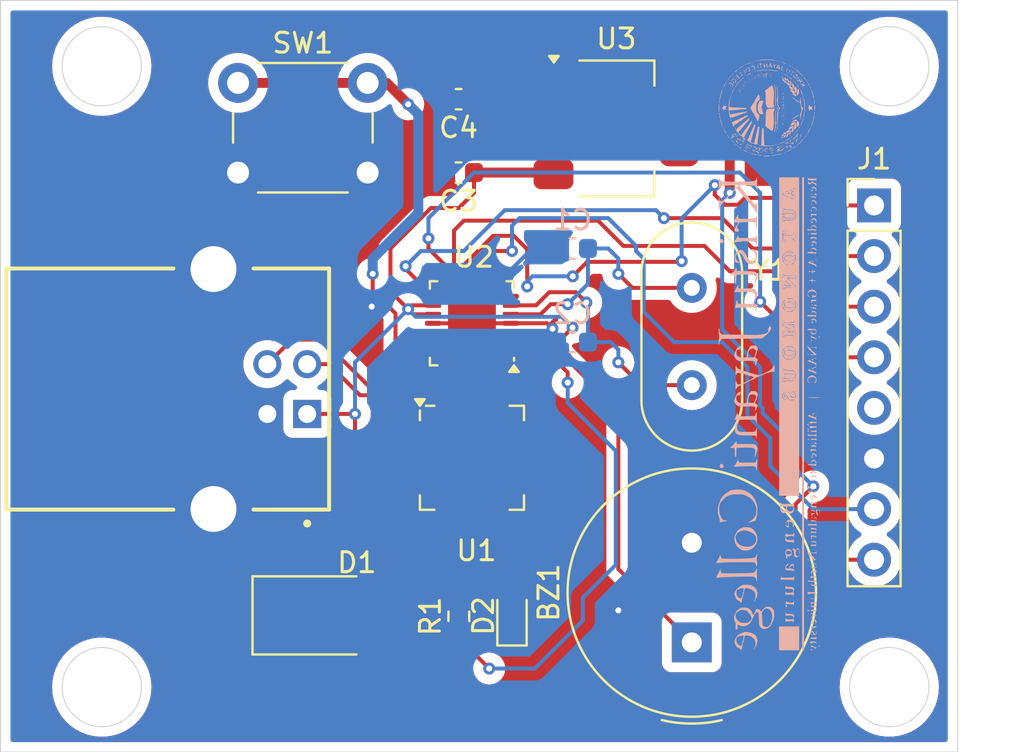
<source format=kicad_pcb>
(kicad_pcb (version 20240108) (generator "pcbnew") (generator_version "8.0")
  (layers (0 "F.Cu" signal) (31 "B.Cu" signal) (34 "B.Paste" user) (35 "F.Paste" user) (36 "B.SilkS" user "B.Silkscreen") (37 "F.SilkS" user "F.Silkscreen") (38 "B.Mask" user) (39 "F.Mask" user) (44 "Edge.Cuts" user))
  (net 0 "")
  (net 1 "GND")
  (net 2 "Net-(BZ1-+)")
  (net 3 "Net-(U1-XTAL1{slash}PB6)")
  (net 4 "Net-(U1-XTAL2{slash}PB7)")
  (net 5 "VCC")
  (net 6 "+3.3V")
  (net 7 "Net-(D1-A)")
  (net 9 "/MF-RST")
  (net 10 "/MF-MOSI")
  (net 11 "/MF-SCK")
  (net 12 "/MF-MISO")
  (net 13 "/MF-SDA")
  (net 14 "Net-(J2-D-)")
  (net 15 "Net-(J2-D+)")
  (net 16 "Net-(U1-PD3)")
  (net 17 "/RST")
  (net 20 "/RxD")
  (net 30 "/TxD")
  (footprint "Capacitor_SMD:C_0603_1608Metric" (layer "F.Cu") (at 133.464 100.076 180)
    (property "Reference" "C3" (at 0 -1.43 0) (layer "F.SilkS"))
    (property "Value" "10uF")
    (pad "1" smd roundrect (at -0.775 0 180) (size 0.9 0.95) (layers "F.Cu" "F.Paste" "F.Mask") (net 5 "VCC"))
    (pad "2" smd roundrect (at 0.775 0 180) (size 0.9 0.95) (layers "F.Cu" "F.Paste" "F.Mask") (net 1 "GND"))
  )
  (footprint "Package_TO_SOT_SMD:SOT-223-3_TabPin2" (layer "F.Cu") (at 141.376 97.8635)
    (property "Reference" "U3" (at 0 -4.5 0) (layer "F.SilkS"))
    (property "Value" "AMS1117-3.3" (hide yes))
    (pad "1" smd roundrect (at -3.15 -2.3) (size 2 1.5) (layers "F.Cu" "F.Paste" "F.Mask") (net 1 "GND"))
    (pad "2" smd roundrect (at -3.15 0) (size 2 1.5) (layers "F.Cu" "F.Paste" "F.Mask") (net 6 "+3.3V"))
    (pad "2" smd roundrect (at 3.15 0) (size 2 3.8) (layers "F.Cu" "F.Paste" "F.Mask") (net 6 "+3.3V"))
    (pad "3" smd roundrect (at -3.15 2.3) (size 2 1.5) (layers "F.Cu" "F.Paste" "F.Mask") (net 5 "VCC"))
  )
  (footprint "Connector_PinHeader_2.54mm:PinHeader_1x08_P2.54mm_Vertical" (layer "F.Cu") (at 154.305 101.727)
    (property "Reference" "J1" (at 0 -2.33 0) (layer "F.SilkS"))
    (property "Value" "Conn_01x08_Socket")
    (pad "1" thru_hole rect (at 0 0) (size 1.7 1.7) (drill 1) (layers "*.Cu" "*.Mask") (net 13 "/MF-SDA"))
    (pad "2" thru_hole oval (at 0 2.54) (size 1.7 1.7) (drill 1) (layers "*.Cu" "*.Mask") (net 11 "/MF-SCK"))
    (pad "3" thru_hole oval (at 0 5.08) (size 1.7 1.7) (drill 1) (layers "*.Cu" "*.Mask") (net 10 "/MF-MOSI"))
    (pad "4" thru_hole oval (at 0 7.62) (size 1.7 1.7) (drill 1) (layers "*.Cu" "*.Mask") (net 12 "/MF-MISO"))
    (pad "5" thru_hole oval (at 0 10.16) (size 1.7 1.7) (drill 1) (layers "*.Cu" "*.Mask"))
    (pad "6" thru_hole oval (at 0 12.7) (size 1.7 1.7) (drill 1) (layers "*.Cu" "*.Mask") (net 1 "GND"))
    (pad "7" thru_hole oval (at 0 15.24) (size 1.7 1.7) (drill 1) (layers "*.Cu" "*.Mask") (net 9 "/MF-RST"))
    (pad "8" thru_hole oval (at 0 17.78) (size 1.7 1.7) (drill 1) (layers "*.Cu" "*.Mask") (net 6 "+3.3V"))
  )
  (footprint "Package_DFN_QFN:QFN-28-1EP_5x5mm_P0.5mm_EP3.35x3.35mm" (layer "F.Cu") (at 134.136 114.39)
    (property "Reference" "U2" (at 0.095 -10.07 0) (layer "F.SilkS"))
    (property "Value" "CP2102N-Axx-xQFN28" (hide yes))
    (pad "1" smd roundrect (at -2.45 -1.5) (size 0.8 0.25) (layers "F.Cu" "F.Paste" "F.Mask"))
    (pad "2" smd roundrect (at -2.45 -1) (size 0.8 0.25) (layers "F.Cu" "F.Paste" "F.Mask"))
    (pad "3" smd roundrect (at -2.45 -0.5) (size 0.8 0.25) (layers "F.Cu" "F.Paste" "F.Mask") (net 1 "GND"))
    (pad "4" smd roundrect (at -2.45 0) (size 0.8 0.25) (layers "F.Cu" "F.Paste" "F.Mask") (net 15 "Net-(J2-D+)"))
    (pad "5" smd roundrect (at -2.45 0.5) (size 0.8 0.25) (layers "F.Cu" "F.Paste" "F.Mask") (net 14 "Net-(J2-D-)"))
    (pad "6" smd roundrect (at -2.45 1) (size 0.8 0.25) (layers "F.Cu" "F.Paste" "F.Mask") (net 5 "VCC"))
    (pad "7" smd roundrect (at -2.45 1.5) (size 0.8 0.25) (layers "F.Cu" "F.Paste" "F.Mask") (net 5 "VCC"))
    (pad "8" smd roundrect (at -1.5 2.45) (size 0.25 0.8) (layers "F.Cu" "F.Paste" "F.Mask") (net 5 "VCC"))
    (pad "9" smd roundrect (at -1 2.45) (size 0.25 0.8) (layers "F.Cu" "F.Paste" "F.Mask"))
    (pad "10" smd roundrect (at -0.5 2.45) (size 0.25 0.8) (layers "F.Cu" "F.Paste" "F.Mask"))
    (pad "11" smd roundrect (at 0 2.45) (size 0.25 0.8) (layers "F.Cu" "F.Paste" "F.Mask"))
    (pad "12" smd roundrect (at 0.5 2.45) (size 0.25 0.8) (layers "F.Cu" "F.Paste" "F.Mask"))
    (pad "13" smd roundrect (at 1 2.45) (size 0.25 0.8) (layers "F.Cu" "F.Paste" "F.Mask"))
    (pad "14" smd roundrect (at 1.5 2.45) (size 0.25 0.8) (layers "F.Cu" "F.Paste" "F.Mask"))
    (pad "15" smd roundrect (at 2.45 1.5) (size 0.8 0.25) (layers "F.Cu" "F.Paste" "F.Mask"))
    (pad "16" smd roundrect (at 2.45 1) (size 0.8 0.25) (layers "F.Cu" "F.Paste" "F.Mask"))
    (pad "17" smd roundrect (at 2.45 0.5) (size 0.8 0.25) (layers "F.Cu" "F.Paste" "F.Mask"))
    (pad "18" smd roundrect (at 2.45 0) (size 0.8 0.25) (layers "F.Cu" "F.Paste" "F.Mask"))
    (pad "19" smd roundrect (at 2.45 -0.5) (size 0.8 0.25) (layers "F.Cu" "F.Paste" "F.Mask"))
    (pad "20" smd roundrect (at 2.45 -1) (size 0.8 0.25) (layers "F.Cu" "F.Paste" "F.Mask"))
    (pad "21" smd roundrect (at 2.45 -1.5) (size 0.8 0.25) (layers "F.Cu" "F.Paste" "F.Mask"))
    (pad "22" smd roundrect (at 1.5 -2.45) (size 0.25 0.8) (layers "F.Cu" "F.Paste" "F.Mask"))
    (pad "23" smd roundrect (at 1 -2.45) (size 0.25 0.8) (layers "F.Cu" "F.Paste" "F.Mask"))
    (pad "24" smd roundrect (at 0.5 -2.45) (size 0.25 0.8) (layers "F.Cu" "F.Paste" "F.Mask"))
    (pad "25" smd roundrect (at 0 -2.45) (size 0.25 0.8) (layers "F.Cu" "F.Paste" "F.Mask") (net 30 "/TxD"))
    (pad "26" smd roundrect (at -0.5 -2.45) (size 0.25 0.8) (layers "F.Cu" "F.Paste" "F.Mask") (net 20 "/RxD"))
    (pad "27" smd roundrect (at -1 -2.45) (size 0.25 0.8) (layers "F.Cu" "F.Paste" "F.Mask"))
    (pad "28" smd roundrect (at -1.5 -2.45) (size 0.25 0.8) (layers "F.Cu" "F.Paste" "F.Mask") (net 17 "/RST"))
    (pad "29" smd rect (at 0 0) (size 3.35 3.35) (property pad_prop_heatsink) (layers "F.Cu" "F.Mask") (net 1 "GND"))
  )
  (footprint "USB-B-S-X-X-TH:USB_B_Type_dwned" (layer "F.Cu") (at 121.172 110.941 -90)
    (property "Reference" "J2" (hide yes))
    (property "Value" "USB-B-S-X-X-TH" (hide yes))
    (pad "1" thru_hole rect (at 1.25 -4.7 270) (size 1.408 1.408) (drill 0.9) (layers "*.Cu" "*.Mask") (net 5 "VCC"))
    (pad "2" thru_hole circle (at -1.25 -4.7 270) (size 1.408 1.408) (drill 0.9) (layers "*.Cu" "*.Mask") (net 14 "Net-(J2-D-)"))
    (pad "3" thru_hole circle (at -1.25 -2.7 270) (size 1.408 1.408) (drill 0.9) (layers "*.Cu" "*.Mask") (net 15 "Net-(J2-D+)"))
    (pad "4" thru_hole circle (at 1.25 -2.7 270) (size 1.408 1.408) (drill 0.9) (layers "*.Cu" "*.Mask") (net 1 "GND"))
    (pad "S1" thru_hole circle (at -6.02 0 270) (size 3.316 3.316) (drill 2.3) (layers "*.Cu" "*.Mask") (net 1 "GND"))
    (pad "S2" thru_hole circle (at 6.02 0 270) (size 3.316 3.316) (drill 2.3) (layers "*.Cu" "*.Mask") (net 1 "GND"))
  )
  (footprint "Buzzer_Beeper:Buzzer_TDK_PS1240P02BT_D12.2mm_H6.5mm" (layer "F.Cu") (at 145.161 123.655785 90)
    (property "Reference" "BZ1" (at 2.5 -7.17 90) (layer "F.SilkS"))
    (property "Value" "Buzzer")
    (pad "1" thru_hole rect (at 0 0 90) (size 2 2) (drill 1) (layers "*.Cu" "*.Mask") (net 2 "Net-(BZ1-+)"))
    (pad "2" thru_hole circle (at 5 0 90) (size 2 2) (drill 1) (layers "*.Cu" "*.Mask") (net 1 "GND"))
  )
  (footprint "Crystal:Crystal_HC49-4H_Vertical" (layer "F.Cu") (at 145.161 110.744 90)
    (property "Reference" "Y1" (at 5.769 3.937 0) (layer "F.SilkS"))
    (property "Value" "16MHz")
    (pad "1" thru_hole circle (at 0 0 90) (size 1.5 1.5) (drill 0.8) (layers "*.Cu" "*.Mask") (net 4 "Net-(U1-XTAL2{slash}PB7)"))
    (pad "2" thru_hole circle (at 4.88 0 90) (size 1.5 1.5) (drill 0.8) (layers "*.Cu" "*.Mask") (net 3 "Net-(U1-XTAL1{slash}PB6)"))
  )
  (footprint "Diode_SMD:D_0603_1608Metric" (layer "F.Cu") (at 136.144 122.3265 90)
    (property "Reference" "D2" (at 0 -1.43 90) (layer "F.SilkS"))
    (property "Value" "D")
    (pad "1" smd roundrect (at -0.7875 0 90) (size 0.875 0.95) (layers "F.Cu" "F.Paste" "F.Mask") (net 5 "VCC"))
    (pad "2" smd roundrect (at 0.7875 0 90) (size 0.875 0.95) (layers "F.Cu" "F.Paste" "F.Mask") (net 5 "VCC"))
  )
  (footprint "Package_DFN_QFN:QFN-28-1EP_4x4mm_P0.45mm_EP2.4x2.4mm" (layer "F.Cu") (at 134.136 107.64 180)
    (property "Reference" "U1" (at -0.222 -11.412 0) (layer "F.SilkS"))
    (property "Value" "ATmega328-MM" (hide yes))
    (pad "1" smd custom (at -1.95 -1.35 180) (size 0.179289 0.179289) (layers "F.Cu" "F.Paste" "F.Mask") (net 16 "Net-(U1-PD3)") (options (clearance outline) (anchor circle)) (primitives (gr_poly (pts (xy -0.3375 -0.0625) (xy 0.274112 -0.0625) (xy 0.3375 0.000888) (xy 0.3375 0.0625) (xy -0.3375 0.0625)) (width 0.125) (fill yes))))
    (pad "2" smd roundrect (at -1.95 -0.9 180) (size 0.8 0.25) (layers "F.Cu" "F.Paste" "F.Mask") (net 2 "Net-(BZ1-+)"))
    (pad "3" smd roundrect (at -1.95 -0.45 180) (size 0.8 0.25) (layers "F.Cu" "F.Paste" "F.Mask") (net 5 "VCC"))
    (pad "4" smd roundrect (at -1.95 0 180) (size 0.8 0.25) (layers "F.Cu" "F.Paste" "F.Mask") (net 1 "GND"))
    (pad "5" smd roundrect (at -1.95 0.45 180) (size 0.8 0.25) (layers "F.Cu" "F.Paste" "F.Mask") (net 3 "Net-(U1-XTAL1{slash}PB6)"))
    (pad "6" smd roundrect (at -1.95 0.9 180) (size 0.8 0.25) (layers "F.Cu" "F.Paste" "F.Mask") (net 4 "Net-(U1-XTAL2{slash}PB7)"))
    (pad "7" smd custom (at -1.95 1.35 180) (size 0.179289 0.179289) (layers "F.Cu" "F.Paste" "F.Mask") (options (clearance outline) (anchor circle)) (primitives (gr_poly (pts (xy -0.3375 -0.0625) (xy 0.3375 -0.0625) (xy 0.3375 -0.000888) (xy 0.274112 0.0625) (xy -0.3375 0.0625)) (width 0.125) (fill yes))))
    (pad "8" smd custom (at -1.35 1.95 180) (size 0.179289 0.179289) (layers "F.Cu" "F.Paste" "F.Mask") (options (clearance outline) (anchor circle)) (primitives (gr_poly (pts (xy -0.0625 -0.274112) (xy 0.000888 -0.3375) (xy 0.0625 -0.3375) (xy 0.0625 0.3375) (xy -0.0625 0.3375)) (width 0.125) (fill yes))))
    (pad "9" smd roundrect (at -0.9 1.95 180) (size 0.25 0.8) (layers "F.Cu" "F.Paste" "F.Mask"))
    (pad "10" smd roundrect (at -0.45 1.95 180) (size 0.25 0.8) (layers "F.Cu" "F.Paste" "F.Mask"))
    (pad "11" smd roundrect (at 0 1.95 180) (size 0.25 0.8) (layers "F.Cu" "F.Paste" "F.Mask") (net 9 "/MF-RST"))
    (pad "12" smd roundrect (at 0.45 1.95 180) (size 0.25 0.8) (layers "F.Cu" "F.Paste" "F.Mask") (net 13 "/MF-SDA"))
    (pad "13" smd roundrect (at 0.9 1.95 180) (size 0.25 0.8) (layers "F.Cu" "F.Paste" "F.Mask") (net 10 "/MF-MOSI"))
    (pad "14" smd custom (at 1.35 1.95 180) (size 0.179289 0.179289) (layers "F.Cu" "F.Paste" "F.Mask") (net 12 "/MF-MISO") (options (clearance outline) (anchor circle)) (primitives (gr_poly (pts (xy -0.0625 -0.3375) (xy -0.000888 -0.3375) (xy 0.0625 -0.274112) (xy 0.0625 0.3375) (xy -0.0625 0.3375)) (width 0.125) (fill yes))))
    (pad "15" smd custom (at 1.95 1.35 180) (size 0.179289 0.179289) (layers "F.Cu" "F.Paste" "F.Mask") (net 11 "/MF-SCK") (options (clearance outline) (anchor circle)) (primitives (gr_poly (pts (xy -0.3375 -0.0625) (xy 0.3375 -0.0625) (xy 0.3375 0.0625) (xy -0.274112 0.0625) (xy -0.3375 -0.000888)) (width 0.125) (fill yes))))
    (pad "16" smd roundrect (at 1.95 0.9 180) (size 0.8 0.25) (layers "F.Cu" "F.Paste" "F.Mask") (net 5 "VCC"))
    (pad "17" smd roundrect (at 1.95 0.45 180) (size 0.8 0.25) (layers "F.Cu" "F.Paste" "F.Mask") (net 5 "VCC"))
    (pad "18" smd roundrect (at 1.95 0 180) (size 0.8 0.25) (layers "F.Cu" "F.Paste" "F.Mask") (net 1 "GND"))
    (pad "19" smd roundrect (at 1.95 -0.45 180) (size 0.8 0.25) (layers "F.Cu" "F.Paste" "F.Mask"))
    (pad "20" smd roundrect (at 1.95 -0.9 180) (size 0.8 0.25) (layers "F.Cu" "F.Paste" "F.Mask"))
    (pad "21" smd custom (at 1.95 -1.35 180) (size 0.179289 0.179289) (layers "F.Cu" "F.Paste" "F.Mask") (options (clearance outline) (anchor circle)) (primitives (gr_poly (pts (xy -0.3375 0.000888) (xy -0.274112 -0.0625) (xy 0.3375 -0.0625) (xy 0.3375 0.0625) (xy -0.3375 0.0625)) (width 0.125) (fill yes))))
    (pad "22" smd custom (at 1.35 -1.95 180) (size 0.179289 0.179289) (layers "F.Cu" "F.Paste" "F.Mask") (options (clearance outline) (anchor circle)) (primitives (gr_poly (pts (xy -0.0625 -0.3375) (xy 0.0625 -0.3375) (xy 0.0625 0.274112) (xy -0.000888 0.3375) (xy -0.0625 0.3375)) (width 0.125) (fill yes))))
    (pad "23" smd roundrect (at 0.9 -1.95 180) (size 0.25 0.8) (layers "F.Cu" "F.Paste" "F.Mask"))
    (pad "24" smd roundrect (at 0.45 -1.95 180) (size 0.25 0.8) (layers "F.Cu" "F.Paste" "F.Mask"))
    (pad "25" smd roundrect (at 0 -1.95 180) (size 0.25 0.8) (layers "F.Cu" "F.Paste" "F.Mask") (net 17 "/RST"))
    (pad "26" smd roundrect (at -0.45 -1.95 180) (size 0.25 0.8) (layers "F.Cu" "F.Paste" "F.Mask") (net 20 "/RxD"))
    (pad "27" smd roundrect (at -0.9 -1.95 180) (size 0.25 0.8) (layers "F.Cu" "F.Paste" "F.Mask") (net 30 "/TxD"))
    (pad "28" smd custom (at -1.35 -1.95 180) (size 0.179289 0.179289) (layers "F.Cu" "F.Paste" "F.Mask") (options (clearance outline) (anchor circle)) (primitives (gr_poly (pts (xy -0.0625 -0.3375) (xy 0.0625 -0.3375) (xy 0.0625 0.3375) (xy 0.000888 0.3375) (xy -0.0625 0.274112)) (width 0.125) (fill yes))))
    (pad "29" smd rect (at 0 0 180) (size 2.4 2.4) (property pad_prop_heatsink) (layers "F.Cu" "F.Mask") (net 1 "GND"))
  )
  (footprint "Resistor_SMD:R_0603_1608Metric" (layer "F.Cu") (at 133.477 122.3465 90)
    (property "Reference" "R1" (at 0 -1.43 90) (layer "F.SilkS"))
    (property "Value" "150ohm")
    (pad "1" smd roundrect (at -0.825 0 90) (size 0.8 0.95) (layers "F.Cu" "F.Paste" "F.Mask") (net 16 "Net-(U1-PD3)"))
    (pad "2" smd roundrect (at 0.825 0 90) (size 0.8 0.95) (layers "F.Cu" "F.Paste" "F.Mask") (net 7 "Net-(D1-A)"))
  )
  (footprint "Capacitor_SMD:C_0603_1608Metric" (layer "F.Cu") (at 133.464 96.393 180)
    (property "Reference" "C4" (at 0 -1.43 0) (layer "F.SilkS"))
    (property "Value" "10uF")
    (pad "1" smd roundrect (at -0.775 0 180) (size 0.9 0.95) (layers "F.Cu" "F.Paste" "F.Mask") (net 6 "+3.3V"))
    (pad "2" smd roundrect (at 0.775 0 180) (size 0.9 0.95) (layers "F.Cu" "F.Paste" "F.Mask") (net 1 "GND"))
  )
  (footprint "LED_SMD:LED_1812_4532Metric" (layer "F.Cu") (at 126.0895 122.301)
    (property "Reference" "D1" (at 2.275469 -2.65 0) (layer "F.SilkS"))
    (property "Value" "green_LED")
    (pad "1" smd roundrect (at -2.1375 0) (size 1.125 3.4) (layers "F.Cu" "F.Paste" "F.Mask") (roundrect_rratio 0.222222) (net 1 "GND"))
    (pad "2" smd roundrect (at 2.1375 0) (size 1.125 3.4) (layers "F.Cu" "F.Paste" "F.Mask") (roundrect_rratio 0.222222) (net 7 "Net-(D1-A)"))
  )
  (footprint "Button_Switch_THT:SW_PUSH_6mm_H5mm" (layer "F.Cu") (at 122.405 95.576)
    (property "Reference" "SW1" (at 3.25 -2 0) (layer "F.SilkS"))
    (property "Value" "Push_Btn")
    (pad "1" thru_hole circle (at 0 0 90) (size 2 2) (drill 1.1) (layers "*.Cu" "*.Mask") (net 17 "/RST"))
    (pad "1" thru_hole circle (at 6.5 0 90) (size 2 2) (drill 1.1) (layers "*.Cu" "*.Mask") (net 17 "/RST"))
    (pad "2" thru_hole circle (at 0 4.5 90) (size 2 2) (drill 1.1) (layers "*.Cu" "*.Mask") (net 1 "GND"))
    (pad "2" thru_hole circle (at 6.5 4.5 90) (size 2 2) (drill 1.1) (layers "*.Cu" "*.Mask") (net 1 "GND"))
  )
  (footprint "kjc logo_kicad:KJC_LOGO" (layer "B.Cu") (at 148.971 109.22 -90)
    (property "Reference" "G***" (hide yes))
    (property "Value" "LOGO" (hide yes))
  )
  (footprint "Capacitor_SMD:C_0603_1608Metric" (layer "B.Cu") (at 139.179 108.585 180)
    (property "Reference" "C2" (at 0 1.43 0) (layer "B.SilkS") (effects (justify mirror)))
    (property "Value" "22pF")
    (pad "1" smd roundrect (at -0.775 0 180) (size 0.9 0.95) (layers "B.Cu" "B.Paste" "B.Mask") (net 4 "Net-(U1-XTAL2{slash}PB7)"))
    (pad "2" smd roundrect (at 0.775 0 180) (size 0.9 0.95) (layers "B.Cu" "B.Paste" "B.Mask") (net 1 "GND"))
  )
  (footprint "Capacitor_SMD:C_0603_1608Metric" (layer "B.Cu") (at 139.179 103.886 180)
    (property "Reference" "C1" (at 0 1.43 0) (layer "B.SilkS") (effects (justify mirror)))
    (property "Value" "22pF")
    (pad "1" smd roundrect (at -0.775 0 180) (size 0.9 0.95) (layers "B.Cu" "B.Paste" "B.Mask") (net 3 "Net-(U1-XTAL1{slash}PB6)"))
    (pad "2" smd roundrect (at 0.775 0 180) (size 0.9 0.95) (layers "B.Cu" "B.Paste" "B.Mask") (net 1 "GND"))
  )
  (gr_circle (center 155.067 94.742) (end 156.845 95.631) (stroke (width 0.05)) (fill none) (layer "Edge.Cuts"))
  (gr_circle (center 115.57 125.901136) (end 117.348 126.790136) (stroke (width 0.05)) (fill none) (layer "Edge.Cuts"))
  (gr_circle (center 115.57 94.742) (end 117.348 95.631) (stroke (width 0.05)) (fill none) (layer "Edge.Cuts"))
  (gr_rect (start 110.49 91.44) (end 158.496 129.159) (stroke (width 0.05)) (fill none) (layer "Edge.Cuts"))
  (gr_circle (center 155.067 125.901136) (end 156.845 126.790136) (stroke (width 0.05)) (fill none) (layer "Edge.Cuts"))
  (segment (start 136.086 107.64) (end 137.901 107.64) (width 0.2) (layer "F.Cu") (net 1))
  (segment (start 134.136 114.39) (end 136.586 116.84) (width 0.2) (layer "F.Cu") (net 1))
  (segment (start 138.811 118.11) (end 138.811 118.872) (width 0.2) (layer "F.Cu") (net 1))
  (segment (start 146.304 116.078) (end 147.955 116.078) (width 0.2) (layer "F.Cu") (net 1))
  (segment (start 141.224 121.793) (end 141.478 122.047) (width 0.2) (layer "F.Cu") (net 1))
  (segment (start 137.901 107.64) (end 138.176 107.915) (width 0.2) (layer "F.Cu") (net 1))
  (segment (start 145.161 118.655785) (end 145.161 117.221) (width 0.2) (layer "F.Cu") (net 1))
  (segment (start 138.811 118.872) (end 138.811 120.523) (width 0.2) (layer "F.Cu") (net 1))
  (segment (start 137.541 116.84) (end 138.811 118.11) (width 0.2) (layer "F.Cu") (net 1))
  (segment (start 133.636 113.89) (end 134.136 114.39) (width 0.2) (layer "F.Cu") (net 1))
  (segment (start 131.686 113.89) (end 133.636 113.89) (width 0.2) (layer "F.Cu") (net 1))
  (segment (start 145.161 117.221) (end 146.304 116.078) (width 0.2) (layer "F.Cu") (net 1))
  (segment (start 149.098 114.935) (end 153.797 114.935) (width 0.2) (layer "F.Cu") (net 1))
  (segment (start 140.081 121.793) (end 141.224 121.793) (width 0.2) (layer "F.Cu") (net 1))
  (segment (start 147.955 116.078) (end 149.098 114.935) (width 0.2) (layer "F.Cu") (net 1))
  (segment (start 132.186 107.64) (end 136.086 107.64) (width 0.2) (layer "F.Cu") (net 1))
  (segment (start 138.811 120.523) (end 140.081 121.793) (width 0.2) (layer "F.Cu") (net 1))
  (segment (start 153.797 114.935) (end 154.305 114.427) (width 0.2) (layer "F.Cu") (net 1))
  (segment (start 136.586 116.84) (end 137.541 116.84) (width 0.2) (layer "F.Cu") (net 1))
  (via (at 141.478 122.047) (size 0.6) (drill 0.3) (layers "F.Cu" "B.Cu") (net 1))
  (via (at 138.176 107.915) (size 0.6) (drill 0.3) (layers "F.Cu" "B.Cu") (net 1))
  (via (at 129.108531 106.80259) (size 0.6) (drill 0.3) (layers "F.Cu" "B.Cu") (net 1))
  (segment (start 138.404 103.886) (end 137.16 103.886) (width 0.2) (layer "B.Cu") (net 1))
  (segment (start 130.429 105.918) (end 129.993121 105.918) (width 0.2) (layer "B.Cu") (net 1))
  (segment (start 141.769785 122.047) (end 145.161 118.655785) (width 0.2) (layer "B.Cu") (net 1))
  (segment (start 141.478 122.047) (end 141.769785 122.047) (width 0.2) (layer "B.Cu") (net 1))
  (segment (start 138.176 107.915) (end 138.176 108.357) (width 0.2) (layer "B.Cu") (net 1))
  (segment (start 130.556 105.791) (end 130.429 105.918) (width 0.2) (layer "B.Cu") (net 1))
  (segment (start 129.993121 105.918) (end 129.108531 106.80259) (width 0.2) (layer "B.Cu") (net 1))
  (segment (start 135.255 105.791) (end 130.556 105.791) (width 0.2) (layer "B.Cu") (net 1))
  (segment (start 138.176 108.357) (end 138.404 108.585) (width 0.2) (layer "B.Cu") (net 1))
  (segment (start 137.16 103.886) (end 135.255 105.791) (width 0.2) (layer "B.Cu") (net 1))
  (segment (start 141.478 119.972785) (end 145.161 123.655785) (width 0.2) (layer "F.Cu") (net 2))
  (segment (start 137.242 108.54) (end 137.795 109.093) (width 0.2) (layer "F.Cu") (net 2))
  (segment (start 136.086 108.54) (end 137.242 108.54) (width 0.2) (layer "F.Cu") (net 2))
  (segment (start 137.795 109.093) (end 138.557 109.093) (width 0.2) (layer "F.Cu") (net 2))
  (segment (start 138.557 109.093) (end 141.478 112.014) (width 0.2) (layer "F.Cu") (net 2))
  (segment (start 141.478 112.014) (end 141.478 119.972785) (width 0.2) (layer "F.Cu") (net 2))
  (segment (start 137.579471 107.19) (end 138.089471 106.68) (width 0.2) (layer "F.Cu") (net 3))
  (segment (start 142.186 105.864) (end 141.478 105.156) (width 0.2) (layer "F.Cu") (net 3))
  (segment (start 138.089471 106.68) (end 138.938 106.68) (width 0.2) (layer "F.Cu") (net 3))
  (segment (start 145.161 105.864) (end 142.186 105.864) (width 0.2) (layer "F.Cu") (net 3))
  (segment (start 136.086 107.19) (end 137.579471 107.19) (width 0.2) (layer "F.Cu") (net 3))
  (via (at 138.938 106.68) (size 0.6) (drill 0.3) (layers "F.Cu" "B.Cu") (net 3))
  (via (at 141.478 105.156) (size 0.6) (drill 0.3) (layers "F.Cu" "B.Cu") (net 3))
  (segment (start 141.478 104.394) (end 140.97 103.886) (width 0.2) (layer "B.Cu") (net 3))
  (segment (start 141.478 105.156) (end 141.478 104.394) (width 0.2) (layer "B.Cu") (net 3))
  (segment (start 140.97 103.886) (end 139.954 103.886) (width 0.2) (layer "B.Cu") (net 3))
  (segment (start 138.938 106.68) (end 139.954 105.664) (width 0.2) (layer "B.Cu") (net 3))
  (segment (start 139.954 105.664) (end 139.954 103.886) (width 0.2) (layer "B.Cu") (net 3))
  (segment (start 142.621 110.744) (end 141.478 109.601) (width 0.2) (layer "F.Cu") (net 4))
  (segment (start 138.014 106.08) (end 139.354 106.08) (width 0.2) (layer "F.Cu") (net 4))
  (segment (start 137.414 106.68) (end 138.014 106.08) (width 0.2) (layer "F.Cu") (net 4))
  (segment (start 139.354 106.08) (end 139.870265 106.596265) (width 0.2) (layer "F.Cu") (net 4))
  (segment (start 145.161 110.744) (end 142.621 110.744) (width 0.2) (layer "F.Cu") (net 4))
  (segment (start 137.354 106.74) (end 137.414 106.68) (width 0.2) (layer "F.Cu") (net 4))
  (segment (start 136.086 106.74) (end 137.354 106.74) (width 0.2) (layer "F.Cu") (net 4))
  (via (at 139.870265 106.596265) (size 0.6) (drill 0.3) (layers "F.Cu" "B.Cu") (net 4))
  (via (at 141.478 109.601) (size 0.6) (drill 0.3) (layers "F.Cu" "B.Cu") (net 4))
  (segment (start 141.478 109.601) (end 141.478 108.966) (width 0.2) (layer "B.Cu") (net 4))
  (segment (start 141.478 108.966) (end 141.097 108.585) (width 0.2) (layer "B.Cu") (net 4))
  (segment (start 139.954 106.68) (end 139.954 108.585) (width 0.2) (layer "B.Cu") (net 4))
  (segment (start 141.097 108.585) (end 139.954 108.585) (width 0.2) (layer "B.Cu") (net 4))
  (segment (start 139.870265 106.596265) (end 139.954 106.68) (width 0.2) (layer "B.Cu") (net 4))
  (segment (start 129.593 115.39) (end 129.0955 115.8875) (width 0.2) (layer "F.Cu") (net 5))
  (segment (start 130.175 117.729) (end 132.334 117.729) (width 0.2) (layer "F.Cu") (net 5))
  (segment (start 137.922 108.585) (end 137.427 108.09) (width 0.2) (layer "F.Cu") (net 5))
  (segment (start 128.27 115.062) (end 128.27 112.191) (width 0.2) (layer "F.Cu") (net 5))
  (segment (start 130.937 106.934) (end 130.048 106.045) (width 0.2) (layer "F.Cu") (net 5))
  (segment (start 131.686 115.39) (end 129.593 115.39) (width 0.2) (layer "F.Cu") (net 5))
  (segment (start 132.334 117.729) (end 136.144 121.539) (width 0.2) (layer "F.Cu") (net 5))
  (segment (start 131.131 106.74) (end 130.937 106.934) (width 0.2) (layer "F.Cu") (net 5))
  (segment (start 129.098 115.89) (end 129.0955 115.8875) (width 0.2) (layer "F.Cu") (net 5))
  (segment (start 134.239 100.076) (end 138.1385 100.076) (width 0.5) (layer "F.Cu") (net 5))
  (segment (start 128.27 112.191) (end 125.872 112.191) (width 0.2) (layer "F.Cu") (net 5))
  (segment (start 132.186 106.74) (end 131.131 106.74) (width 0.2) (layer "F.Cu") (net 5))
  (segment (start 132.08 101.854) (end 133.477 101.854) (width 0.2) (layer "F.Cu") (net 5))
  (segment (start 129.098 116.652) (end 130.175 117.729) (width 0.2) (layer "F.Cu") (net 5))
  (segment (start 132.334 117.729) (end 132.636 117.427) (width 0.2) (layer "F.Cu") (net 5))
  (segment (start 138.1385 100.076) (end 138.226 100.1635) (width 0.5) (layer "F.Cu") (net 5))
  (segment (start 138.451151 108.585) (end 137.922 108.585) (width 0.2) (layer "F.Cu") (net 5))
  (segment (start 130.048 103.886) (end 132.08 101.854) (width 0.2) (layer "F.Cu") (net 5))
  (segment (start 136.144 123.114) (end 136.144 121.539) (width 0.5) (layer "F.Cu") (net 5))
  (segment (start 134.239 101.092) (end 134.239 100.076) (width 0.2) (layer "F.Cu") (net 5))
  (segment (start 132.186 107.19) (end 131.193 107.19) (width 0.2) (layer "F.Cu") (net 5))
  (segment (start 133.477 101.854) (end 134.239 101.092) (width 0.2) (layer "F.Cu") (net 5))
  (segment (start 137.427 108.09) (end 136.086 108.09) (width 0.2) (layer "F.Cu") (net 5))
  (segment (start 130.048 106.045) (end 130.048 103.886) (width 0.2) (layer "F.Cu") (net 5))
  (segment (start 139.179 107.857151) (end 138.451151 108.585) (width 0.2) (layer "F.Cu") (net 5))
  (segment (start 129.098 115.89) (end 129.098 116.652) (width 0.2) (layer "F.Cu") (net 5))
  (segment (start 131.193 107.19) (end 130.937 106.934) (width 0.2) (layer "F.Cu") (net 5))
  (segment (start 129.0955 115.8875) (end 128.27 115.062) (width 0.2) (layer "F.Cu") (net 5))
  (segment (start 132.636 117.427) (end 132.636 116.84) (width 0.2) (layer "F.Cu") (net 5))
  (segment (start 131.686 115.89) (end 129.098 115.89) (width 0.2) (layer "F.Cu") (net 5))
  (via (at 139.179 107.857151) (size 0.6) (drill 0.3) (layers "F.Cu" "B.Cu") (net 5))
  (via (at 130.937 106.934) (size 0.6) (drill 0.3) (layers "F.Cu" "B.Cu") (net 5))
  (via (at 128.27 112.191) (size 0.6) (drill 0.3) (layers "F.Cu" "B.Cu") (net 5))
  (segment (start 131.318 107.315) (end 130.937 106.934) (width 0.2) (layer "B.Cu") (net 5))
  (segment (start 139.179 107.857151) (end 138.636849 107.315) (width 0.2) (layer "B.Cu") (net 5))
  (segment (start 128.27 112.191) (end 128.27 109.601) (width 0.2) (layer "B.Cu") (net 5))
  (segment (start 128.27 109.601) (end 130.937 106.934) (width 0.2) (layer "B.Cu") (net 5))
  (segment (start 138.636849 107.315) (end 131.318 107.315) (width 0.2) (layer "B.Cu") (net 5))
  (segment (start 135.636 97.155) (end 135.636 97.663) (width 0.5) (layer "F.Cu") (net 6))
  (segment (start 138.226 97.8635) (end 144.526 97.8635) (width 0.5) (layer "F.Cu") (net 6))
  (segment (start 151.384 119.507) (end 154.305 119.507) (width 0.2) (layer "F.Cu") (net 6))
  (segment (start 134.874 96.393) (end 135.636 97.155) (width 0.5) (layer "F.Cu") (net 6))
  (segment (start 150.368 118.491) (end 151.384 119.507) (width 0.2) (layer "F.Cu") (net 6))
  (segment (start 146.3775 97.8635) (end 147.066 98.552) (width 0.5) (layer "F.Cu") (net 6))
  (segment (start 147.066 98.552) (end 147.066 101.092) (width 0.5) (layer "F.Cu") (net 6))
  (segment (start 135.636 97.663) (end 135.8365 97.8635) (width 0.5) (layer "F.Cu") (net 6))
  (segment (start 135.8365 97.8635) (end 138.226 97.8635) (width 0.5) (layer "F.Cu") (net 6))
  (segment (start 144.526 97.8635) (end 146.3775 97.8635) (width 0.5) (layer "F.Cu") (net 6))
  (segment (start 151.257 115.824) (end 150.368 116.713) (width 0.2) (layer "F.Cu") (net 6))
  (segment (start 134.239 96.393) (end 134.874 96.393) (width 0.5) (layer "F.Cu") (net 6))
  (segment (start 150.368 116.713) (end 150.368 118.491) (width 0.2) (layer "F.Cu") (net 6))
  (via (at 151.257 115.824) (size 0.6) (drill 0.3) (layers "F.Cu" "B.Cu") (net 6))
  (via (at 147.066 101.092) (size 0.6) (drill 0.3) (layers "F.Cu" "B.Cu") (net 6))
  (segment (start 149.86 114.427) (end 149.86 113.284) (width 0.2) (layer "B.Cu") (net 6))
  (segment (start 148.59 111.76) (end 148.59 109.982) (width 0.2) (layer "B.Cu") (net 6))
  (segment (start 146.685 101.473) (end 147.066 101.092) (width 0.2) (layer "B.Cu") (net 6))
  (segment (start 148.59 109.855) (end 147.066 108.331) (width 0.2) (layer "B.Cu") (net 6))
  (segment (start 148.717 111.887) (end 148.59 111.76) (width 0.2) (layer "B.Cu") (net 6))
  (segment (start 148.717 112.141) (end 148.717 111.887) (width 0.2) (layer "B.Cu") (net 6))
  (segment (start 146.685 103.759) (end 146.685 101.473) (width 0.2) (layer "B.Cu") (net 6))
  (segment (start 148.59 109.982) (end 148.59 109.855) (width 0.2) (layer "B.Cu") (net 6))
  (segment (start 146.685 107.95) (end 146.685 103.759) (width 0.2) (layer "B.Cu") (net 6))
  (segment (start 149.86 113.284) (end 148.717 112.141) (width 0.2) (layer "B.Cu") (net 6))
  (segment (start 147.066 108.331) (end 146.685 107.95) (width 0.2) (layer "B.Cu") (net 6))
  (segment (start 151.257 115.824) (end 149.86 114.427) (width 0.2) (layer "B.Cu") (net 6))
  (segment (start 130.683 122.428) (end 130.556 122.301) (width 0.5) (layer "F.Cu") (net 7))
  (segment (start 131.5895 121.5215) (end 130.683 122.428) (width 0.5) (layer "F.Cu") (net 7))
  (segment (start 133.477 121.5215) (end 131.5895 121.5215) (width 0.5) (layer "F.Cu") (net 7))
  (segment (start 130.556 122.301) (end 128.227 122.301) (width 0.5) (layer "F.Cu") (net 7))
  (segment (start 134.136 104.878) (end 134.747 104.267) (width 0.2) (layer "F.Cu") (net 9))
  (segment (start 135.001 104.013) (end 136.144 104.013) (width 0.2) (layer "F.Cu") (net 9))
  (segment (start 134.747 104.267) (end 135.001 104.013) (width 0.2) (layer "F.Cu") (net 9))
  (segment (start 134.136 105.69) (end 134.136 104.878) (width 0.2) (layer "F.Cu") (net 9))
  (via (at 136.144 104.013) (size 0.6) (drill 0.3) (layers "F.Cu" "B.Cu") (net 9))
  (segment (start 136.144 102.743) (end 136.525 102.362) (width 0.2) (layer "B.Cu") (net 9))
  (segment (start 142.367 104.013) (end 142.748 104.394) (width 0.2) (layer "B.Cu") (net 9))
  (segment (start 142.748 107.061) (end 144.272 108.585) (width 0.2) (layer "B.Cu") (net 9))
  (segment (start 147.955 112.268) (end 149.098 113.411) (width 0.2) (layer "B.Cu") (net 9))
  (segment (start 142.748 104.394) (end 142.748 107.061) (width 0.2) (layer "B.Cu") (net 9))
  (segment (start 151.257 116.967) (end 154.305 116.967) (width 0.2) (layer "B.Cu") (net 9))
  (segment (start 149.098 114.808) (end 151.257 116.967) (width 0.2) (layer "B.Cu") (net 9))
  (segment (start 146.685 108.585) (end 147.955 109.855) (width 0.2) (layer "B.Cu") (net 9))
  (segment (start 142.367 103.759) (end 142.367 104.013) (width 0.2) (layer "B.Cu") (net 9))
  (segment (start 144.272 108.585) (end 146.685 108.585) (width 0.2) (layer "B.Cu") (net 9))
  (segment (start 140.97 102.362) (end 142.367 103.759) (width 0.2) (layer "B.Cu") (net 9))
  (segment (start 136.525 102.362) (end 140.97 102.362) (width 0.2) (layer "B.Cu") (net 9))
  (segment (start 136.144 104.013) (end 136.144 102.743) (width 0.2) (layer "B.Cu") (net 9))
  (segment (start 147.955 109.855) (end 147.955 112.268) (width 0.2) (layer "B.Cu") (net 9))
  (segment (start 149.098 113.411) (end 149.098 114.808) (width 0.2) (layer "B.Cu") (net 9))
  (segment (start 140.462 102.489) (end 133.731 102.489) (width 0.2) (layer "F.Cu") (net 10))
  (segment (start 147.066 105.029) (end 145.796 103.759) (width 0.2) (layer "F.Cu") (net 10))
  (segment (start 133.236 102.984) (end 133.236 105.69) (width 0.2) (layer "F.Cu") (net 10))
  (segment (start 154.305 106.807) (end 152.019 106.807) (width 0.2) (layer "F.Cu") (net 10))
  (segment (start 145.796 103.759) (end 141.732 103.759) (width 0.2) (layer "F.Cu") (net 10))
  (segment (start 141.732 103.759) (end 140.462 102.489) (width 0.2) (layer "F.Cu") (net 10))
  (segment (start 152.019 106.807) (end 150.241 105.029) (width 0.2) (layer "F.Cu") (net 10))
  (segment (start 150.241 105.029) (end 147.066 105.029) (width 0.2) (layer "F.Cu") (net 10))
  (segment (start 133.731 102.489) (end 133.236 102.984) (width 0.2) (layer "F.Cu") (net 10))
  (segment (start 130.81 104.775) (end 130.81 104.914) (width 0.2) (layer "F.Cu") (net 11))
  (segment (start 148.209 103.886) (end 151.257 103.886) (width 0.2) (layer "F.Cu") (net 11))
  (segment (start 151.638 104.267) (end 154.305 104.267) (width 0.2) (layer "F.Cu") (net 11))
  (segment (start 143.764 102.362) (end 146.685 102.362) (width 0.2) (layer "F.Cu") (net 11))
  (segment (start 146.685 102.362) (end 148.209 103.886) (width 0.2) (layer "F.Cu") (net 11))
  (segment (start 130.81 104.914) (end 132.186 106.29) (width 0.2) (layer "F.Cu") (net 11))
  (segment (start 151.257 103.886) (end 151.638 104.267) (width 0.2) (layer "F.Cu") (net 11))
  (via (at 130.81 104.775) (size 0.6) (drill 0.3) (layers "F.Cu" "B.Cu") (net 11))
  (via (at 143.764 102.362) (size 0.6) (drill 0.3) (layers "F.Cu" "B.Cu") (net 11))
  (segment (start 143.364 101.962) (end 143.764 102.362) (width 0.2) (layer "B.Cu") (net 11))
  (segment (start 135.782 101.962) (end 143.364 101.962) (width 0.2) (layer "B.Cu") (net 11))
  (segment (start 133.731 104.013) (end 135.782 101.962) (width 0.2) (layer "B.Cu") (net 11))
  (segment (start 131.572 104.013) (end 133.731 104.013) (width 0.2) (layer "B.Cu") (net 11))
  (segment (start 130.81 104.775) (end 131.572 104.013) (width 0.2) (layer "B.Cu") (net 11))
  (segment (start 132.786 104.719) (end 132.786 105.69) (width 0.2) (layer "F.Cu") (net 12))
  (segment (start 151.384 109.347) (end 148.59 106.553) (width 0.2) (layer "F.Cu") (net 12))
  (segment (start 131.953 103.378) (end 131.953 103.886) (width 0.2) (layer "F.Cu") (net 12))
  (segment (start 131.953 103.886) (end 132.786 104.719) (width 0.2) (layer "F.Cu") (net 12))
  (segment (start 154.305 109.347) (end 151.384 109.347) (width 0.2) (layer "F.Cu") (net 12))
  (via (at 131.953 103.378) (size 0.6) (drill 0.3) (layers "F.Cu" "B.Cu") (net 12))
  (via (at 148.59 106.553) (size 0.6) (drill 0.3) (layers "F.Cu" "B.Cu") (net 12))
  (segment (start 148.59 101.092) (end 148.59 106.553) (width 0.2) (layer "B.Cu") (net 12))
  (segment (start 131.953 102.362) (end 134.239 100.076) (width 0.2) (layer "B.Cu") (net 12))
  (segment (start 134.239 100.076) (end 147.574 100.076) (width 0.2) (layer "B.Cu") (net 12))
  (segment (start 131.953 103.378) (end 131.953 102.362) (width 0.2) (layer "B.Cu") (net 12))
  (segment (start 147.574 100.076) (end 148.59 101.092) (width 0.2) (layer "B.Cu") (net 12))
  (segment (start 139.919 104.556) (end 144.618 104.556) (width 0.2) (layer "F.Cu") (net 13))
  (segment (start 135.197314 103.251) (end 133.686 104.762314) (width 0.2) (layer "F.Cu") (net 13))
  (segment (start 136.230529 103.251) (end 135.197314 103.251) (width 0.2) (layer "F.Cu") (net 13))
  (segment (start 133.686 104.762314) (end 133.686 105.69) (width 0.2) (layer "F.Cu") (net 13))
  (segment (start 136.906 105.791) (end 136.906 103.926471) (width 0.2) (layer "F.Cu") (net 13))
  (segment (start 151.384 101.727) (end 154.305 101.727) (width 0.2) (layer "F.Cu") (net 13))
  (segment (start 146.316 101.190529) (end 146.817471 101.692) (width 0.2) (layer "F.Cu") (net 13))
  (segment (start 139.192 105.283) (end 139.919 104.556) (width 0.2) (layer "F.Cu") (net 13))
  (segment (start 146.817471 101.692) (end 147.482 101.692) (width 0.2) (layer "F.Cu") (net 13))
  (segment (start 146.316 100.711) (end 146.316 101.190529) (width 0.2) (layer "F.Cu") (net 13))
  (segment (start 147.482 101.692) (end 147.828 101.346) (width 0.2) (layer "F.Cu") (net 13))
  (segment (start 147.828 101.346) (end 151.003 101.346) (width 0.2) (layer "F.Cu") (net 13))
  (segment (start 144.618 104.556) (end 144.653 104.521) (width 0.2) (layer "F.Cu") (net 13))
  (segment (start 151.003 101.346) (end 151.384 101.727) (width 0.2) (layer "F.Cu") (net 13))
  (segment (start 136.906 103.926471) (end 136.230529 103.251) (width 0.2) (layer "F.Cu") (net 13))
  (via (at 139.192 105.283) (size 0.6) (drill 0.3) (layers "F.Cu" "B.Cu") (net 13))
  (via (at 144.653 104.521) (size 0.6) (drill 0.3) (layers "F.Cu" "B.Cu") (net 13))
  (via (at 136.906 105.791) (size 0.6) (drill 0.3) (layers "F.Cu" "B.Cu") (net 13))
  (via (at 146.316 100.711) (size 0.6) (drill 0.3) (layers "F.Cu" "B.Cu") (net 13))
  (segment (start 144.653 102.374) (end 146.316 100.711) (width 0.2) (layer "B.Cu") (net 13))
  (segment (start 144.653 104.521) (end 144.653 102.374) (width 0.2) (layer "B.Cu") (net 13))
  (segment (start 136.906 105.537) (end 137.16 105.283) (width 0.2) (layer "B.Cu") (net 13))
  (segment (start 137.16 105.283) (end 139.192 105.283) (width 0.2) (layer "B.Cu") (net 13))
  (segment (start 136.906 105.791) (end 136.906 105.537) (width 0.2) (layer "B.Cu") (net 13))
  (segment (start 130.257 114.89) (end 131.686 114.89) (width 0.2) (layer "F.Cu") (net 14))
  (segment (start 126.963 109.691) (end 128.524 111.252) (width 0.2) (layer "F.Cu") (net 14))
  (segment (start 128.524 111.252) (end 129.032 111.252) (width 0.2) (layer "F.Cu") (net 14))
  (segment (start 129.159 111.379) (end 129.159 113.792) (width 0.2) (layer "F.Cu") (net 14))
  (segment (start 129.032 111.252) (end 129.159 111.379) (width 0.2) (layer "F.Cu") (net 14))
  (segment (start 125.872 109.691) (end 126.963 109.691) (width 0.2) (layer "F.Cu") (net 14))
  (segment (start 129.159 113.792) (end 130.257 114.89) (width 0.2) (layer "F.Cu") (net 14))
  (segment (start 125.105 108.458) (end 126.619 108.458) (width 0.2) (layer "F.Cu") (net 15))
  (segment (start 128.905 110.744) (end 129.54 110.744) (width 0.2) (layer "F.Cu") (net 15))
  (segment (start 129.794 110.998) (end 129.794 113.538) (width 0.2) (layer "F.Cu") (net 15))
  (segment (start 129.54 110.744) (end 129.794 110.998) (width 0.2) (layer "F.Cu") (net 15))
  (segment (start 123.872 109.691) (end 125.105 108.458) (width 0.2) (layer "F.Cu") (net 15))
  (segment (start 130.646 114.39) (end 131.686 114.39) (width 0.2) (layer "F.Cu") (net 15))
  (segment (start 129.794 113.538) (end 130.646 114.39) (width 0.2) (layer "F.Cu") (net 15))
  (segment (start 126.619 108.458) (end 128.905 110.744) (width 0.2) (layer "F.Cu") (net 15))
  (segment (start 136.086 108.99) (end 137.057 108.99) (width 0.2) (layer "F.Cu") (net 16))
  (segment (start 137.668 109.601) (end 138.43 109.601) (width 0.2) (layer "F.Cu") (net 16))
  (segment (start 138.43 109.601) (end 138.938 110.109) (width 0.2) (layer "F.Cu") (net 16))
  (segment (start 137.414 109.347) (end 137.668 109.601) (width 0.2) (layer "F.Cu") (net 16))
  (segment (start 135.001 124.968) (end 133.477 123.444) (width 0.2) (layer "F.Cu") (net 16))
  (segment (start 133.477 123.444) (end 133.477 123.1715) (width 0.2) (layer "F.Cu") (net 16))
  (segment (start 137.057 108.99) (end 137.414 109.347) (width 0.2) (layer "F.Cu") (net 16))
  (segment (start 138.938 110.109) (end 138.938 110.617) (width 0.2) (layer "F.Cu") (net 16))
  (via (at 138.938 110.617) (size 0.6) (drill 0.3) (layers "F.Cu" "B.Cu") (net 16))
  (via (at 135.001 124.968) (size 0.6) (drill 0.3) (layers "F.Cu" "B.Cu") (net 16))
  (segment (start 139.192 123.063) (end 137.287 124.968) (width 0.2) (layer "B.Cu") (net 16))
  (segment (start 138.938 111.633) (end 141.351 114.046) (width 0.2) (layer "B.Cu") (net 16))
  (segment (start 141.351 114.046) (end 141.351 119.761) (width 0.2) (layer "B.Cu") (net 16))
  (segment (start 139.7 121.412) (end 139.7 122.555) (width 0.2) (layer "B.Cu") (net 16))
  (segment (start 141.351 119.761) (end 139.7 121.412) (width 0.2) (layer "B.Cu") (net 16))
  (segment (start 137.287 124.968) (end 135.001 124.968) (width 0.2) (layer "B.Cu") (net 16))
  (segment (start 138.938 110.617) (end 138.938 111.633) (width 0.2) (layer "B.Cu") (net 16))
  (segment (start 139.7 122.555) (end 139.192 123.063) (width 0.2) (layer "B.Cu") (net 16))
  (segment (start 133.800314 110.49) (end 134.136 110.154314) (width 0.2) (layer "F.Cu") (net 17))
  (segment (start 130.302 109.22) (end 132.032 110.95) (width 0.2) (layer "F.Cu") (net 17))
  (segment (start 133.096 110.49) (end 133.800314 110.49) (width 0.2) (layer "F.Cu") (net 17))
  (segment (start 122.405 95.576) (end 128.905 95.576) (width 0.5) (layer "F.Cu") (net 17))
  (segment (start 132.032 110.95) (end 132.636 110.95) (width 0.2) (layer "F.Cu") (net 17))
  (segment (start 130.302 107.147529) (end 130.302 109.22) (width 0.2) (layer "F.Cu") (net 17))
  (segment (start 134.136 110.154314) (end 134.136 109.59) (width 0.2) (layer "F.Cu") (net 17))
  (segment (start 132.636 110.95) (end 133.096 110.49) (width 0.2) (layer "F.Cu") (net 17))
  (segment (start 129.866 95.576) (end 130.937 96.647) (width 0.5) (layer "F.Cu") (net 17))
  (segment (start 132.636 111.94) (end 132.636 110.95) (width 0.2) (layer "F.Cu") (net 17))
  (segment (start 128.905 95.576) (end 129.866 95.576) (width 0.5) (layer "F.Cu") (net 17))
  (segment (start 129.159 105.156) (end 129.159 106.004529) (width 0.2) (layer "F.Cu") (net 17))
  (segment (start 129.159 106.004529) (end 130.302 107.147529) (width 0.2) (layer "F.Cu") (net 17))
  (via (at 129.159 105.156) (size 0.6) (drill 0.3) (layers "F.Cu" "B.Cu") (net 17))
  (via (at 130.937 96.647) (size 0.6) (drill 0.3) (layers "F.Cu" "B.Cu") (net 17))
  (segment (start 131.445 97.155) (end 130.937 96.647) (width 0.5) (layer "B.Cu") (net 17))
  (segment (start 129.159 105.156) (end 129.159 104.394) (width 0.5) (layer "B.Cu") (net 17))
  (segment (start 129.159 104.394) (end 131.445 102.108) (width 0.5) (layer "B.Cu") (net 17))
  (segment (start 131.445 102.108) (end 131.445 97.155) (width 0.5) (layer "B.Cu") (net 17))
  (segment (start 134.493 110.617) (end 134.586 110.524) (width 0.2) (layer "F.Cu") (net 20))
  (segment (start 134.239 110.617) (end 134.493 110.617) (width 0.2) (layer "F.Cu") (net 20))
  (segment (start 134.586 110.524) (end 134.586 109.59) (width 0.2) (layer "F.Cu") (net 20))
  (segment (start 133.636 111.22) (end 134.239 110.617) (width 0.2) (layer "F.Cu") (net 20))
  (segment (start 133.636 111.94) (end 133.636 111.22) (width 0.2) (layer "F.Cu") (net 20))
  (segment (start 134.136 111.482) (end 134.62 110.998) (width 0.2) (layer "F.Cu") (net 30))
  (segment (start 134.136 111.94) (end 134.136 111.482) (width 0.2) (layer "F.Cu") (net 30))
  (segment (start 135.036 110.836) (end 135.036 109.59) (width 0.2) (layer "F.Cu") (net 30))
  (segment (start 134.874 110.998) (end 135.036 110.836) (width 0.2) (layer "F.Cu") (net 30))
  (segment (start 134.62 110.998) (end 134.874 110.998) (width 0.2) (layer "F.Cu") (net 30))
  (zone (net 1) (net_name "GND") (layer "F.Cu") (connect_pads yes (clearance 0.5)) (min_thickness 0.25) (fill yes (thermal_gap 0.5) (thermal_bridge_width 0.5))
    (polygon (pts (xy 110.49 91.44) (xy 110.49 129.159) (xy 158.496 129.159) (xy 158.496 91.44)))
  )
  (zone (net 1) (net_name "GND") (layer "B.Cu") (priority 1) (connect_pads yes (clearance 0.5)) (min_thickness 0.25) (fill yes (thermal_gap 0.5) (thermal_bridge_width 0.5))
    (polygon (pts (xy 110.49 91.44) (xy 110.49 129.159) (xy 158.496 129.159) (xy 158.496 91.44)))
  )
)
</source>
